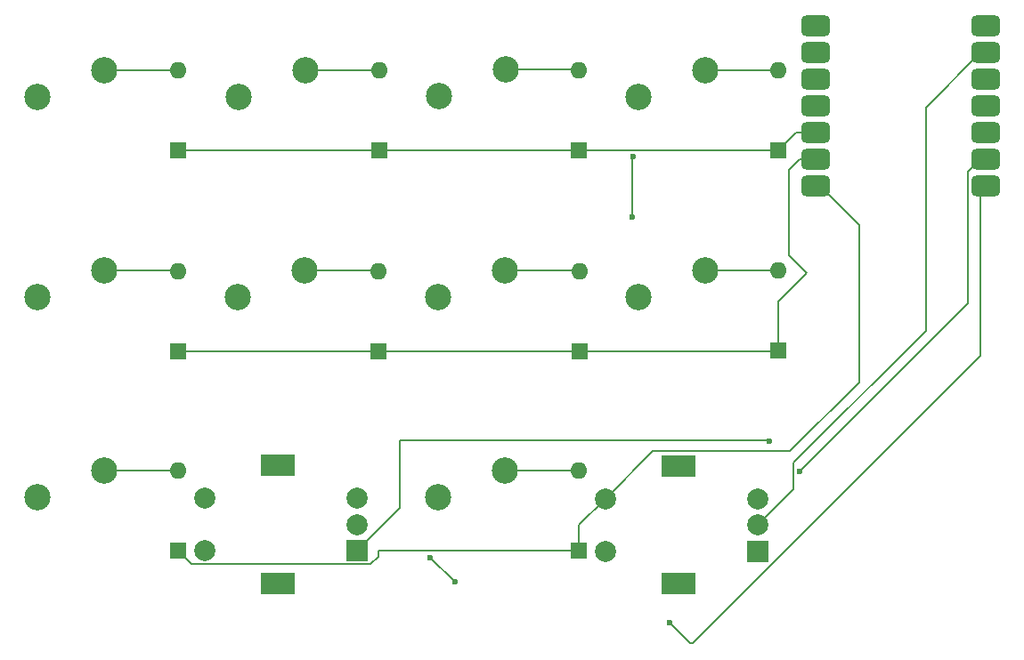
<source format=gbr>
%TF.GenerationSoftware,KiCad,Pcbnew,8.0.6*%
%TF.CreationDate,2024-10-21T23:54:32-04:00*%
%TF.ProjectId,keyboard tutorial,6b657962-6f61-4726-9420-7475746f7269,rev?*%
%TF.SameCoordinates,Original*%
%TF.FileFunction,Copper,L1,Top*%
%TF.FilePolarity,Positive*%
%FSLAX46Y46*%
G04 Gerber Fmt 4.6, Leading zero omitted, Abs format (unit mm)*
G04 Created by KiCad (PCBNEW 8.0.6) date 2024-10-21 23:54:32*
%MOMM*%
%LPD*%
G01*
G04 APERTURE LIST*
G04 Aperture macros list*
%AMRoundRect*
0 Rectangle with rounded corners*
0 $1 Rounding radius*
0 $2 $3 $4 $5 $6 $7 $8 $9 X,Y pos of 4 corners*
0 Add a 4 corners polygon primitive as box body*
4,1,4,$2,$3,$4,$5,$6,$7,$8,$9,$2,$3,0*
0 Add four circle primitives for the rounded corners*
1,1,$1+$1,$2,$3*
1,1,$1+$1,$4,$5*
1,1,$1+$1,$6,$7*
1,1,$1+$1,$8,$9*
0 Add four rect primitives between the rounded corners*
20,1,$1+$1,$2,$3,$4,$5,0*
20,1,$1+$1,$4,$5,$6,$7,0*
20,1,$1+$1,$6,$7,$8,$9,0*
20,1,$1+$1,$8,$9,$2,$3,0*%
G04 Aperture macros list end*
%TA.AperFunction,ComponentPad*%
%ADD10C,2.500000*%
%TD*%
%TA.AperFunction,ComponentPad*%
%ADD11R,2.000000X2.000000*%
%TD*%
%TA.AperFunction,ComponentPad*%
%ADD12C,2.000000*%
%TD*%
%TA.AperFunction,ComponentPad*%
%ADD13R,3.200000X2.000000*%
%TD*%
%TA.AperFunction,SMDPad,CuDef*%
%ADD14RoundRect,0.500000X-0.875000X-0.500000X0.875000X-0.500000X0.875000X0.500000X-0.875000X0.500000X0*%
%TD*%
%TA.AperFunction,ComponentPad*%
%ADD15R,1.600000X1.600000*%
%TD*%
%TA.AperFunction,ComponentPad*%
%ADD16C,1.600000*%
%TD*%
%TA.AperFunction,ComponentPad*%
%ADD17O,1.600000X1.600000*%
%TD*%
%TA.AperFunction,ViaPad*%
%ADD18C,0.600000*%
%TD*%
%TA.AperFunction,Conductor*%
%ADD19C,0.200000*%
%TD*%
G04 APERTURE END LIST*
D10*
%TO.P,S9,1,1*%
%TO.N,column 0*%
X107950000Y-112077500D03*
%TO.P,S9,2,2*%
%TO.N,Net-(D7-A)*%
X114300000Y-109537500D03*
%TD*%
D11*
%TO.P,SW2,A,A*%
%TO.N,Rotary 3*%
X138330000Y-117150000D03*
D12*
%TO.P,SW2,B,B*%
%TO.N,Rotary 4*%
X138330000Y-112150000D03*
%TO.P,SW2,C,C*%
%TO.N,GND*%
X138330000Y-114650000D03*
D13*
%TO.P,SW2,MP*%
%TO.N,N/C*%
X130830000Y-120250000D03*
X130830000Y-109050000D03*
D12*
%TO.P,SW2,S1,S1*%
%TO.N,column 1*%
X123830000Y-112150000D03*
%TO.P,SW2,S2,S2*%
%TO.N,row 2*%
X123830000Y-117150000D03*
%TD*%
D11*
%TO.P,SW1,A,A*%
%TO.N,Rotary 2*%
X176420000Y-117200000D03*
D12*
%TO.P,SW1,B,B*%
%TO.N,Rotary 1*%
X176420000Y-112200000D03*
%TO.P,SW1,C,C*%
%TO.N,GND*%
X176420000Y-114700000D03*
D13*
%TO.P,SW1,MP*%
%TO.N,N/C*%
X168920000Y-120300000D03*
X168920000Y-109100000D03*
D12*
%TO.P,SW1,S1,S1*%
%TO.N,row 2*%
X161920000Y-112200000D03*
%TO.P,SW1,S2,S2*%
%TO.N,column 3*%
X161920000Y-117200000D03*
%TD*%
D10*
%TO.P,S2,1,1*%
%TO.N,column 1*%
X127050000Y-73977500D03*
%TO.P,S2,2,2*%
%TO.N,Net-(D3-A)*%
X133400000Y-71437500D03*
%TD*%
%TO.P,S6,1,1*%
%TO.N,column 1*%
X127000000Y-93027500D03*
%TO.P,S6,2,2*%
%TO.N,Net-(D5-A)*%
X133350000Y-90487500D03*
%TD*%
%TO.P,S7,1,1*%
%TO.N,column 2*%
X146050000Y-93027500D03*
%TO.P,S7,2,2*%
%TO.N,Net-(D6-A)*%
X152400000Y-90487500D03*
%TD*%
%TO.P,S8,1,1*%
%TO.N,column 3*%
X165100000Y-93027500D03*
%TO.P,S8,2,2*%
%TO.N,Net-(D11-A)*%
X171450000Y-90487500D03*
%TD*%
D14*
%TO.P,U2,1,PA02_A0_D0*%
%TO.N,column 0*%
X181935000Y-67180000D03*
D15*
X182380000Y-67180000D03*
D14*
%TO.P,U2,2,PA4_A1_D1*%
%TO.N,column 1*%
X181935000Y-69720000D03*
D16*
X182380000Y-69720000D03*
D14*
%TO.P,U2,3,PA10_A2_D2*%
%TO.N,column 2*%
X181935000Y-72260000D03*
D16*
X182380000Y-72260000D03*
D14*
%TO.P,U2,4,PA11_A3_D3*%
%TO.N,column 3*%
X181935000Y-74800000D03*
D16*
X182380000Y-74800000D03*
D14*
%TO.P,U2,5,PA8_A4_D4_SDA*%
%TO.N,row 0*%
X181935000Y-77340000D03*
D16*
X182380000Y-77340000D03*
D14*
%TO.P,U2,6,PA9_A5_D5_SCL*%
%TO.N,row 1*%
X181935000Y-79880000D03*
D16*
X182380000Y-79880000D03*
D14*
%TO.P,U2,7,PB08_A6_D6_TX*%
%TO.N,row 2*%
X181935000Y-82420000D03*
D16*
X182380000Y-82420000D03*
%TO.P,U2,8,PB09_A7_D7_RX*%
%TO.N,Rotary 4*%
X197620000Y-82420000D03*
D14*
X198100000Y-82420000D03*
D16*
%TO.P,U2,9,PA7_A8_D8_SCK*%
%TO.N,Rotary 3*%
X197620000Y-79880000D03*
D14*
X198100000Y-79880000D03*
D16*
%TO.P,U2,10,PA5_A9_D9_MISO*%
%TO.N,Rotary 2*%
X197620000Y-77340000D03*
D14*
X198100000Y-77340000D03*
D16*
%TO.P,U2,11,PA6_A10_D10_MOSI*%
%TO.N,Rotary 1*%
X197620000Y-74800000D03*
D14*
X198100000Y-74800000D03*
D16*
%TO.P,U2,12,3V3*%
%TO.N,unconnected-(U2-3V3-Pad12)*%
X197620000Y-72260000D03*
D14*
X198100000Y-72260000D03*
D16*
%TO.P,U2,13,GND*%
%TO.N,GND*%
X197620000Y-69720000D03*
D14*
X198100000Y-69720000D03*
D16*
%TO.P,U2,14,5V*%
%TO.N,unconnected-(U2-5V-Pad14)*%
X197620000Y-67180000D03*
D14*
X198100000Y-67180000D03*
%TD*%
D10*
%TO.P,S3,1,1*%
%TO.N,column 2*%
X146111250Y-73921250D03*
%TO.P,S3,2,2*%
%TO.N,Net-(D2-A)*%
X152461250Y-71381250D03*
%TD*%
%TO.P,S5,1,1*%
%TO.N,column 0*%
X107950000Y-93027500D03*
%TO.P,S5,2,2*%
%TO.N,Net-(D4-A)*%
X114300000Y-90487500D03*
%TD*%
%TO.P,S4,1,1*%
%TO.N,column 3*%
X165100000Y-73977500D03*
%TO.P,S4,2,2*%
%TO.N,Net-(D10-A)*%
X171450000Y-71437500D03*
%TD*%
%TO.P,S1,1,1*%
%TO.N,column 0*%
X107950000Y-73977500D03*
%TO.P,S1,2,2*%
%TO.N,Net-(D1-A)*%
X114300000Y-71437500D03*
%TD*%
%TO.P,S10,1,1*%
%TO.N,column 2*%
X146050000Y-112077500D03*
%TO.P,S10,2,2*%
%TO.N,Net-(D9-A)*%
X152400000Y-109537500D03*
%TD*%
D15*
%TO.P,D4,1,K*%
%TO.N,row 1*%
X121321250Y-98171250D03*
D17*
%TO.P,D4,2,A*%
%TO.N,Net-(D4-A)*%
X121321250Y-90551250D03*
%TD*%
D15*
%TO.P,D10,1,K*%
%TO.N,row 0*%
X178400000Y-79010000D03*
D17*
%TO.P,D10,2,A*%
%TO.N,Net-(D10-A)*%
X178400000Y-71390000D03*
%TD*%
D15*
%TO.P,D1,1,K*%
%TO.N,row 0*%
X121321250Y-79071250D03*
D17*
%TO.P,D1,2,A*%
%TO.N,Net-(D1-A)*%
X121321250Y-71451250D03*
%TD*%
D15*
%TO.P,D11,1,K*%
%TO.N,row 1*%
X178400000Y-98110000D03*
D17*
%TO.P,D11,2,A*%
%TO.N,Net-(D11-A)*%
X178400000Y-90490000D03*
%TD*%
D15*
%TO.P,D2,1,K*%
%TO.N,row 0*%
X159432500Y-79015000D03*
D17*
%TO.P,D2,2,A*%
%TO.N,Net-(D2-A)*%
X159432500Y-71395000D03*
%TD*%
D15*
%TO.P,D6,1,K*%
%TO.N,row 1*%
X159521250Y-98161250D03*
D17*
%TO.P,D6,2,A*%
%TO.N,Net-(D6-A)*%
X159521250Y-90541250D03*
%TD*%
D15*
%TO.P,D7,1,K*%
%TO.N,row 2*%
X121321250Y-117171250D03*
D17*
%TO.P,D7,2,A*%
%TO.N,Net-(D7-A)*%
X121321250Y-109551250D03*
%TD*%
D15*
%TO.P,D3,1,K*%
%TO.N,row 0*%
X140421250Y-79071250D03*
D17*
%TO.P,D3,2,A*%
%TO.N,Net-(D3-A)*%
X140421250Y-71451250D03*
%TD*%
D15*
%TO.P,D9,1,K*%
%TO.N,row 2*%
X159421250Y-117171250D03*
D17*
%TO.P,D9,2,A*%
%TO.N,Net-(D9-A)*%
X159421250Y-109551250D03*
%TD*%
D15*
%TO.P,D5,1,K*%
%TO.N,row 1*%
X140321250Y-98171250D03*
D17*
%TO.P,D5,2,A*%
%TO.N,Net-(D5-A)*%
X140321250Y-90551250D03*
%TD*%
D18*
%TO.N,column 3*%
X164600000Y-79615000D03*
X164500000Y-85400000D03*
%TO.N,Rotary 4*%
X147610000Y-120120000D03*
X168070000Y-124000000D03*
X145290000Y-117790000D03*
%TO.N,Rotary 3*%
X177490000Y-106700000D03*
X180400000Y-109600000D03*
%TD*%
D19*
%TO.N,row 0*%
X121321250Y-79071250D02*
X159376250Y-79071250D01*
X180070000Y-77340000D02*
X182380000Y-77340000D01*
X178395000Y-79015000D02*
X178400000Y-79010000D01*
X178400000Y-79010000D02*
X180070000Y-77340000D01*
X159376250Y-79071250D02*
X159432500Y-79015000D01*
X159432500Y-79015000D02*
X178395000Y-79015000D01*
%TO.N,Net-(D1-A)*%
X121307500Y-71437500D02*
X121321250Y-71451250D01*
X114300000Y-71437500D02*
X121307500Y-71437500D01*
%TO.N,Net-(D2-A)*%
X152461250Y-71381250D02*
X159418750Y-71381250D01*
X159418750Y-71381250D02*
X159432500Y-71395000D01*
%TO.N,Net-(D3-A)*%
X133400000Y-71437500D02*
X134987500Y-71437500D01*
X135001250Y-71451250D02*
X140421250Y-71451250D01*
X134987500Y-71437500D02*
X135001250Y-71451250D01*
%TO.N,Net-(D4-A)*%
X121257500Y-90487500D02*
X121321250Y-90551250D01*
X114300000Y-90487500D02*
X121257500Y-90487500D01*
%TO.N,row 1*%
X159521250Y-98161250D02*
X178348750Y-98161250D01*
X181100000Y-90700000D02*
X179400000Y-89000000D01*
X178400000Y-98110000D02*
X178400000Y-93400000D01*
X179400000Y-80800000D02*
X179500000Y-80800000D01*
X179400000Y-89000000D02*
X179400000Y-80800000D01*
X178400000Y-93400000D02*
X181100000Y-90700000D01*
X121321250Y-98171250D02*
X159511250Y-98171250D01*
X159511250Y-98171250D02*
X159521250Y-98161250D01*
X179500000Y-80800000D02*
X180420000Y-79880000D01*
X180420000Y-79880000D02*
X182380000Y-79880000D01*
X178348750Y-98161250D02*
X178400000Y-98110000D01*
%TO.N,Net-(D5-A)*%
X133350000Y-90487500D02*
X140257500Y-90487500D01*
X140257500Y-90487500D02*
X140321250Y-90551250D01*
%TO.N,Net-(D6-A)*%
X152400000Y-90487500D02*
X159467500Y-90487500D01*
X159467500Y-90487500D02*
X159521250Y-90541250D01*
%TO.N,Net-(D7-A)*%
X121307500Y-109537500D02*
X121321250Y-109551250D01*
X114300000Y-109537500D02*
X121307500Y-109537500D01*
%TO.N,row 2*%
X179500000Y-107700000D02*
X186100000Y-101100000D01*
X140321250Y-117758750D02*
X140321250Y-117171250D01*
X186100000Y-101100000D02*
X186100000Y-86140000D01*
X121321250Y-117171250D02*
X122600000Y-118450000D01*
X166420000Y-107700000D02*
X179500000Y-107700000D01*
X161920000Y-112200000D02*
X166420000Y-107700000D01*
X159421250Y-114698750D02*
X161920000Y-112200000D01*
X139630000Y-118450000D02*
X140321250Y-117758750D01*
X159421250Y-117171250D02*
X159421250Y-114698750D01*
X186100000Y-86140000D02*
X182380000Y-82420000D01*
X140321250Y-117171250D02*
X159421250Y-117171250D01*
X122600000Y-118450000D02*
X139630000Y-118450000D01*
%TO.N,Net-(D9-A)*%
X159407500Y-109537500D02*
X159421250Y-109551250D01*
X152400000Y-109537500D02*
X159407500Y-109537500D01*
%TO.N,Net-(D10-A)*%
X171450000Y-71437500D02*
X178352500Y-71437500D01*
X178352500Y-71437500D02*
X178400000Y-71390000D01*
%TO.N,Net-(D11-A)*%
X178397500Y-90487500D02*
X178400000Y-90490000D01*
X171450000Y-90487500D02*
X178397500Y-90487500D01*
%TO.N,column 3*%
X164600000Y-79615000D02*
X164500000Y-79715000D01*
X164500000Y-79715000D02*
X164500000Y-85400000D01*
%TO.N,GND*%
X192400000Y-96200000D02*
X192400000Y-74940000D01*
X179800000Y-111320000D02*
X179800000Y-108800000D01*
X176420000Y-114700000D02*
X179800000Y-111320000D01*
X179800000Y-108800000D02*
X192400000Y-96200000D01*
X192400000Y-74940000D02*
X197620000Y-69720000D01*
%TO.N,Rotary 4*%
X197620000Y-98600000D02*
X197620000Y-82420000D01*
X170260000Y-125960000D02*
X197620000Y-98600000D01*
X168070000Y-124000000D02*
X170030000Y-125960000D01*
X145290000Y-117790000D02*
X147610000Y-120110000D01*
X147610000Y-120110000D02*
X147610000Y-120120000D01*
X170030000Y-125960000D02*
X170260000Y-125960000D01*
%TO.N,Rotary 3*%
X180400000Y-109600000D02*
X196425000Y-93575000D01*
X196425000Y-81075000D02*
X197620000Y-79880000D01*
X196425000Y-93575000D02*
X196425000Y-81075000D01*
X142370000Y-113110000D02*
X142370000Y-106640000D01*
X142370000Y-106640000D02*
X177430000Y-106640000D01*
X138330000Y-117150000D02*
X142370000Y-113110000D01*
X177430000Y-106640000D02*
X177490000Y-106700000D01*
%TD*%
M02*

</source>
